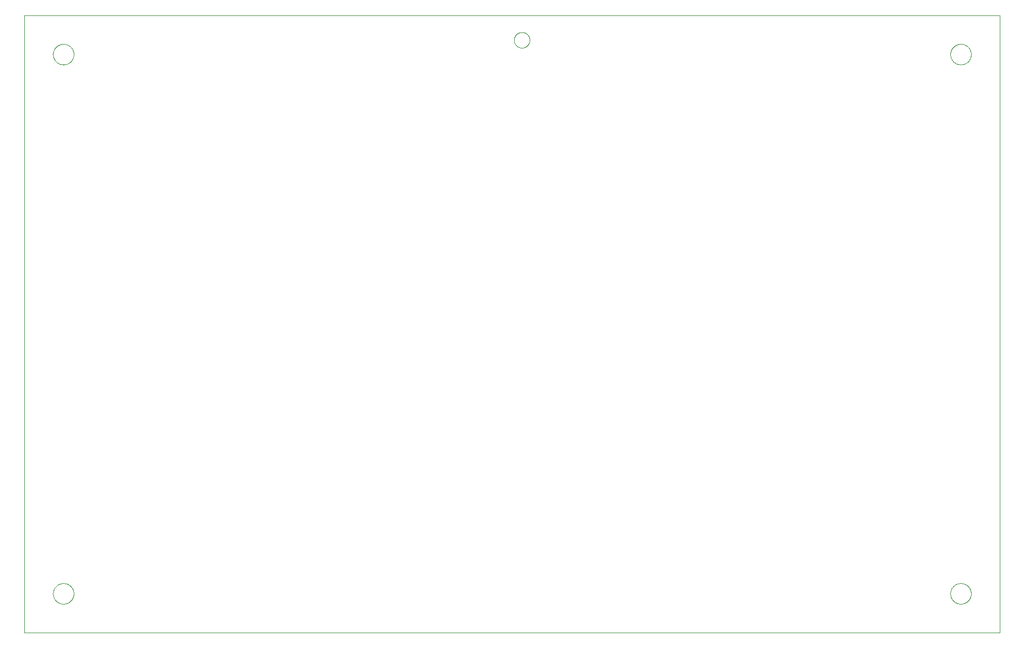
<source format=gko>
G75*
%MOIN*%
%OFA0B0*%
%FSLAX25Y25*%
%IPPOS*%
%LPD*%
%AMOC8*
5,1,8,0,0,1.08239X$1,22.5*
%
%ADD10C,0.00000*%
D10*
X0002491Y0186302D02*
X0593042Y0186302D01*
X0593042Y0560318D01*
X0002491Y0560357D01*
X0002491Y0186302D01*
X0019863Y0209924D02*
X0019865Y0210082D01*
X0019871Y0210239D01*
X0019881Y0210397D01*
X0019895Y0210554D01*
X0019913Y0210710D01*
X0019934Y0210867D01*
X0019960Y0211022D01*
X0019990Y0211177D01*
X0020023Y0211331D01*
X0020061Y0211484D01*
X0020102Y0211637D01*
X0020147Y0211788D01*
X0020196Y0211938D01*
X0020249Y0212086D01*
X0020305Y0212234D01*
X0020366Y0212379D01*
X0020429Y0212524D01*
X0020497Y0212666D01*
X0020568Y0212807D01*
X0020642Y0212946D01*
X0020720Y0213083D01*
X0020802Y0213218D01*
X0020886Y0213351D01*
X0020975Y0213482D01*
X0021066Y0213610D01*
X0021161Y0213737D01*
X0021258Y0213860D01*
X0021359Y0213982D01*
X0021463Y0214100D01*
X0021570Y0214216D01*
X0021680Y0214329D01*
X0021792Y0214440D01*
X0021908Y0214547D01*
X0022026Y0214652D01*
X0022146Y0214754D01*
X0022269Y0214852D01*
X0022395Y0214948D01*
X0022523Y0215040D01*
X0022653Y0215129D01*
X0022785Y0215215D01*
X0022920Y0215297D01*
X0023057Y0215376D01*
X0023195Y0215451D01*
X0023335Y0215523D01*
X0023478Y0215591D01*
X0023621Y0215656D01*
X0023767Y0215717D01*
X0023914Y0215774D01*
X0024062Y0215828D01*
X0024212Y0215878D01*
X0024362Y0215924D01*
X0024514Y0215966D01*
X0024667Y0216005D01*
X0024821Y0216039D01*
X0024976Y0216070D01*
X0025131Y0216096D01*
X0025287Y0216119D01*
X0025444Y0216138D01*
X0025601Y0216153D01*
X0025758Y0216164D01*
X0025916Y0216171D01*
X0026074Y0216174D01*
X0026231Y0216173D01*
X0026389Y0216168D01*
X0026546Y0216159D01*
X0026704Y0216146D01*
X0026860Y0216129D01*
X0027017Y0216108D01*
X0027172Y0216084D01*
X0027327Y0216055D01*
X0027482Y0216022D01*
X0027635Y0215986D01*
X0027788Y0215945D01*
X0027939Y0215901D01*
X0028089Y0215853D01*
X0028238Y0215802D01*
X0028386Y0215746D01*
X0028532Y0215687D01*
X0028677Y0215624D01*
X0028820Y0215557D01*
X0028961Y0215487D01*
X0029100Y0215414D01*
X0029238Y0215337D01*
X0029374Y0215256D01*
X0029507Y0215172D01*
X0029638Y0215085D01*
X0029767Y0214994D01*
X0029894Y0214900D01*
X0030019Y0214803D01*
X0030140Y0214703D01*
X0030260Y0214600D01*
X0030376Y0214494D01*
X0030490Y0214385D01*
X0030602Y0214273D01*
X0030710Y0214159D01*
X0030815Y0214041D01*
X0030918Y0213921D01*
X0031017Y0213799D01*
X0031113Y0213674D01*
X0031206Y0213546D01*
X0031296Y0213417D01*
X0031382Y0213285D01*
X0031466Y0213151D01*
X0031545Y0213015D01*
X0031622Y0212877D01*
X0031694Y0212737D01*
X0031763Y0212595D01*
X0031829Y0212452D01*
X0031891Y0212307D01*
X0031949Y0212160D01*
X0032004Y0212012D01*
X0032055Y0211863D01*
X0032102Y0211712D01*
X0032145Y0211561D01*
X0032184Y0211408D01*
X0032220Y0211254D01*
X0032251Y0211100D01*
X0032279Y0210945D01*
X0032303Y0210789D01*
X0032323Y0210632D01*
X0032339Y0210475D01*
X0032351Y0210318D01*
X0032359Y0210161D01*
X0032363Y0210003D01*
X0032363Y0209845D01*
X0032359Y0209687D01*
X0032351Y0209530D01*
X0032339Y0209373D01*
X0032323Y0209216D01*
X0032303Y0209059D01*
X0032279Y0208903D01*
X0032251Y0208748D01*
X0032220Y0208594D01*
X0032184Y0208440D01*
X0032145Y0208287D01*
X0032102Y0208136D01*
X0032055Y0207985D01*
X0032004Y0207836D01*
X0031949Y0207688D01*
X0031891Y0207541D01*
X0031829Y0207396D01*
X0031763Y0207253D01*
X0031694Y0207111D01*
X0031622Y0206971D01*
X0031545Y0206833D01*
X0031466Y0206697D01*
X0031382Y0206563D01*
X0031296Y0206431D01*
X0031206Y0206302D01*
X0031113Y0206174D01*
X0031017Y0206049D01*
X0030918Y0205927D01*
X0030815Y0205807D01*
X0030710Y0205689D01*
X0030602Y0205575D01*
X0030490Y0205463D01*
X0030376Y0205354D01*
X0030260Y0205248D01*
X0030140Y0205145D01*
X0030019Y0205045D01*
X0029894Y0204948D01*
X0029767Y0204854D01*
X0029638Y0204763D01*
X0029507Y0204676D01*
X0029374Y0204592D01*
X0029238Y0204511D01*
X0029100Y0204434D01*
X0028961Y0204361D01*
X0028820Y0204291D01*
X0028677Y0204224D01*
X0028532Y0204161D01*
X0028386Y0204102D01*
X0028238Y0204046D01*
X0028089Y0203995D01*
X0027939Y0203947D01*
X0027788Y0203903D01*
X0027635Y0203862D01*
X0027482Y0203826D01*
X0027327Y0203793D01*
X0027172Y0203764D01*
X0027017Y0203740D01*
X0026860Y0203719D01*
X0026704Y0203702D01*
X0026546Y0203689D01*
X0026389Y0203680D01*
X0026231Y0203675D01*
X0026074Y0203674D01*
X0025916Y0203677D01*
X0025758Y0203684D01*
X0025601Y0203695D01*
X0025444Y0203710D01*
X0025287Y0203729D01*
X0025131Y0203752D01*
X0024976Y0203778D01*
X0024821Y0203809D01*
X0024667Y0203843D01*
X0024514Y0203882D01*
X0024362Y0203924D01*
X0024212Y0203970D01*
X0024062Y0204020D01*
X0023914Y0204074D01*
X0023767Y0204131D01*
X0023621Y0204192D01*
X0023478Y0204257D01*
X0023335Y0204325D01*
X0023195Y0204397D01*
X0023057Y0204472D01*
X0022920Y0204551D01*
X0022785Y0204633D01*
X0022653Y0204719D01*
X0022523Y0204808D01*
X0022395Y0204900D01*
X0022269Y0204996D01*
X0022146Y0205094D01*
X0022026Y0205196D01*
X0021908Y0205301D01*
X0021792Y0205408D01*
X0021680Y0205519D01*
X0021570Y0205632D01*
X0021463Y0205748D01*
X0021359Y0205866D01*
X0021258Y0205988D01*
X0021161Y0206111D01*
X0021066Y0206238D01*
X0020975Y0206366D01*
X0020886Y0206497D01*
X0020802Y0206630D01*
X0020720Y0206765D01*
X0020642Y0206902D01*
X0020568Y0207041D01*
X0020497Y0207182D01*
X0020429Y0207324D01*
X0020366Y0207469D01*
X0020305Y0207614D01*
X0020249Y0207762D01*
X0020196Y0207910D01*
X0020147Y0208060D01*
X0020102Y0208211D01*
X0020061Y0208364D01*
X0020023Y0208517D01*
X0019990Y0208671D01*
X0019960Y0208826D01*
X0019934Y0208981D01*
X0019913Y0209138D01*
X0019895Y0209294D01*
X0019881Y0209451D01*
X0019871Y0209609D01*
X0019865Y0209766D01*
X0019863Y0209924D01*
X0019863Y0536696D02*
X0019865Y0536854D01*
X0019871Y0537011D01*
X0019881Y0537169D01*
X0019895Y0537326D01*
X0019913Y0537482D01*
X0019934Y0537639D01*
X0019960Y0537794D01*
X0019990Y0537949D01*
X0020023Y0538103D01*
X0020061Y0538256D01*
X0020102Y0538409D01*
X0020147Y0538560D01*
X0020196Y0538710D01*
X0020249Y0538858D01*
X0020305Y0539006D01*
X0020366Y0539151D01*
X0020429Y0539296D01*
X0020497Y0539438D01*
X0020568Y0539579D01*
X0020642Y0539718D01*
X0020720Y0539855D01*
X0020802Y0539990D01*
X0020886Y0540123D01*
X0020975Y0540254D01*
X0021066Y0540382D01*
X0021161Y0540509D01*
X0021258Y0540632D01*
X0021359Y0540754D01*
X0021463Y0540872D01*
X0021570Y0540988D01*
X0021680Y0541101D01*
X0021792Y0541212D01*
X0021908Y0541319D01*
X0022026Y0541424D01*
X0022146Y0541526D01*
X0022269Y0541624D01*
X0022395Y0541720D01*
X0022523Y0541812D01*
X0022653Y0541901D01*
X0022785Y0541987D01*
X0022920Y0542069D01*
X0023057Y0542148D01*
X0023195Y0542223D01*
X0023335Y0542295D01*
X0023478Y0542363D01*
X0023621Y0542428D01*
X0023767Y0542489D01*
X0023914Y0542546D01*
X0024062Y0542600D01*
X0024212Y0542650D01*
X0024362Y0542696D01*
X0024514Y0542738D01*
X0024667Y0542777D01*
X0024821Y0542811D01*
X0024976Y0542842D01*
X0025131Y0542868D01*
X0025287Y0542891D01*
X0025444Y0542910D01*
X0025601Y0542925D01*
X0025758Y0542936D01*
X0025916Y0542943D01*
X0026074Y0542946D01*
X0026231Y0542945D01*
X0026389Y0542940D01*
X0026546Y0542931D01*
X0026704Y0542918D01*
X0026860Y0542901D01*
X0027017Y0542880D01*
X0027172Y0542856D01*
X0027327Y0542827D01*
X0027482Y0542794D01*
X0027635Y0542758D01*
X0027788Y0542717D01*
X0027939Y0542673D01*
X0028089Y0542625D01*
X0028238Y0542574D01*
X0028386Y0542518D01*
X0028532Y0542459D01*
X0028677Y0542396D01*
X0028820Y0542329D01*
X0028961Y0542259D01*
X0029100Y0542186D01*
X0029238Y0542109D01*
X0029374Y0542028D01*
X0029507Y0541944D01*
X0029638Y0541857D01*
X0029767Y0541766D01*
X0029894Y0541672D01*
X0030019Y0541575D01*
X0030140Y0541475D01*
X0030260Y0541372D01*
X0030376Y0541266D01*
X0030490Y0541157D01*
X0030602Y0541045D01*
X0030710Y0540931D01*
X0030815Y0540813D01*
X0030918Y0540693D01*
X0031017Y0540571D01*
X0031113Y0540446D01*
X0031206Y0540318D01*
X0031296Y0540189D01*
X0031382Y0540057D01*
X0031466Y0539923D01*
X0031545Y0539787D01*
X0031622Y0539649D01*
X0031694Y0539509D01*
X0031763Y0539367D01*
X0031829Y0539224D01*
X0031891Y0539079D01*
X0031949Y0538932D01*
X0032004Y0538784D01*
X0032055Y0538635D01*
X0032102Y0538484D01*
X0032145Y0538333D01*
X0032184Y0538180D01*
X0032220Y0538026D01*
X0032251Y0537872D01*
X0032279Y0537717D01*
X0032303Y0537561D01*
X0032323Y0537404D01*
X0032339Y0537247D01*
X0032351Y0537090D01*
X0032359Y0536933D01*
X0032363Y0536775D01*
X0032363Y0536617D01*
X0032359Y0536459D01*
X0032351Y0536302D01*
X0032339Y0536145D01*
X0032323Y0535988D01*
X0032303Y0535831D01*
X0032279Y0535675D01*
X0032251Y0535520D01*
X0032220Y0535366D01*
X0032184Y0535212D01*
X0032145Y0535059D01*
X0032102Y0534908D01*
X0032055Y0534757D01*
X0032004Y0534608D01*
X0031949Y0534460D01*
X0031891Y0534313D01*
X0031829Y0534168D01*
X0031763Y0534025D01*
X0031694Y0533883D01*
X0031622Y0533743D01*
X0031545Y0533605D01*
X0031466Y0533469D01*
X0031382Y0533335D01*
X0031296Y0533203D01*
X0031206Y0533074D01*
X0031113Y0532946D01*
X0031017Y0532821D01*
X0030918Y0532699D01*
X0030815Y0532579D01*
X0030710Y0532461D01*
X0030602Y0532347D01*
X0030490Y0532235D01*
X0030376Y0532126D01*
X0030260Y0532020D01*
X0030140Y0531917D01*
X0030019Y0531817D01*
X0029894Y0531720D01*
X0029767Y0531626D01*
X0029638Y0531535D01*
X0029507Y0531448D01*
X0029374Y0531364D01*
X0029238Y0531283D01*
X0029100Y0531206D01*
X0028961Y0531133D01*
X0028820Y0531063D01*
X0028677Y0530996D01*
X0028532Y0530933D01*
X0028386Y0530874D01*
X0028238Y0530818D01*
X0028089Y0530767D01*
X0027939Y0530719D01*
X0027788Y0530675D01*
X0027635Y0530634D01*
X0027482Y0530598D01*
X0027327Y0530565D01*
X0027172Y0530536D01*
X0027017Y0530512D01*
X0026860Y0530491D01*
X0026704Y0530474D01*
X0026546Y0530461D01*
X0026389Y0530452D01*
X0026231Y0530447D01*
X0026074Y0530446D01*
X0025916Y0530449D01*
X0025758Y0530456D01*
X0025601Y0530467D01*
X0025444Y0530482D01*
X0025287Y0530501D01*
X0025131Y0530524D01*
X0024976Y0530550D01*
X0024821Y0530581D01*
X0024667Y0530615D01*
X0024514Y0530654D01*
X0024362Y0530696D01*
X0024212Y0530742D01*
X0024062Y0530792D01*
X0023914Y0530846D01*
X0023767Y0530903D01*
X0023621Y0530964D01*
X0023478Y0531029D01*
X0023335Y0531097D01*
X0023195Y0531169D01*
X0023057Y0531244D01*
X0022920Y0531323D01*
X0022785Y0531405D01*
X0022653Y0531491D01*
X0022523Y0531580D01*
X0022395Y0531672D01*
X0022269Y0531768D01*
X0022146Y0531866D01*
X0022026Y0531968D01*
X0021908Y0532073D01*
X0021792Y0532180D01*
X0021680Y0532291D01*
X0021570Y0532404D01*
X0021463Y0532520D01*
X0021359Y0532638D01*
X0021258Y0532760D01*
X0021161Y0532883D01*
X0021066Y0533010D01*
X0020975Y0533138D01*
X0020886Y0533269D01*
X0020802Y0533402D01*
X0020720Y0533537D01*
X0020642Y0533674D01*
X0020568Y0533813D01*
X0020497Y0533954D01*
X0020429Y0534096D01*
X0020366Y0534241D01*
X0020305Y0534386D01*
X0020249Y0534534D01*
X0020196Y0534682D01*
X0020147Y0534832D01*
X0020102Y0534983D01*
X0020061Y0535136D01*
X0020023Y0535289D01*
X0019990Y0535443D01*
X0019960Y0535598D01*
X0019934Y0535753D01*
X0019913Y0535910D01*
X0019895Y0536066D01*
X0019881Y0536223D01*
X0019871Y0536381D01*
X0019865Y0536538D01*
X0019863Y0536696D01*
X0298948Y0545357D02*
X0298950Y0545494D01*
X0298956Y0545632D01*
X0298966Y0545769D01*
X0298980Y0545905D01*
X0298998Y0546042D01*
X0299020Y0546177D01*
X0299046Y0546312D01*
X0299075Y0546446D01*
X0299109Y0546580D01*
X0299146Y0546712D01*
X0299188Y0546843D01*
X0299233Y0546973D01*
X0299282Y0547101D01*
X0299334Y0547228D01*
X0299391Y0547353D01*
X0299450Y0547477D01*
X0299514Y0547599D01*
X0299581Y0547719D01*
X0299651Y0547837D01*
X0299725Y0547953D01*
X0299802Y0548067D01*
X0299883Y0548178D01*
X0299966Y0548287D01*
X0300053Y0548394D01*
X0300143Y0548497D01*
X0300236Y0548599D01*
X0300332Y0548697D01*
X0300430Y0548793D01*
X0300532Y0548886D01*
X0300635Y0548976D01*
X0300742Y0549063D01*
X0300851Y0549146D01*
X0300962Y0549227D01*
X0301076Y0549304D01*
X0301192Y0549378D01*
X0301310Y0549448D01*
X0301430Y0549515D01*
X0301552Y0549579D01*
X0301676Y0549638D01*
X0301801Y0549695D01*
X0301928Y0549747D01*
X0302056Y0549796D01*
X0302186Y0549841D01*
X0302317Y0549883D01*
X0302449Y0549920D01*
X0302583Y0549954D01*
X0302717Y0549983D01*
X0302852Y0550009D01*
X0302987Y0550031D01*
X0303124Y0550049D01*
X0303260Y0550063D01*
X0303397Y0550073D01*
X0303535Y0550079D01*
X0303672Y0550081D01*
X0303809Y0550079D01*
X0303947Y0550073D01*
X0304084Y0550063D01*
X0304220Y0550049D01*
X0304357Y0550031D01*
X0304492Y0550009D01*
X0304627Y0549983D01*
X0304761Y0549954D01*
X0304895Y0549920D01*
X0305027Y0549883D01*
X0305158Y0549841D01*
X0305288Y0549796D01*
X0305416Y0549747D01*
X0305543Y0549695D01*
X0305668Y0549638D01*
X0305792Y0549579D01*
X0305914Y0549515D01*
X0306034Y0549448D01*
X0306152Y0549378D01*
X0306268Y0549304D01*
X0306382Y0549227D01*
X0306493Y0549146D01*
X0306602Y0549063D01*
X0306709Y0548976D01*
X0306812Y0548886D01*
X0306914Y0548793D01*
X0307012Y0548697D01*
X0307108Y0548599D01*
X0307201Y0548497D01*
X0307291Y0548394D01*
X0307378Y0548287D01*
X0307461Y0548178D01*
X0307542Y0548067D01*
X0307619Y0547953D01*
X0307693Y0547837D01*
X0307763Y0547719D01*
X0307830Y0547599D01*
X0307894Y0547477D01*
X0307953Y0547353D01*
X0308010Y0547228D01*
X0308062Y0547101D01*
X0308111Y0546973D01*
X0308156Y0546843D01*
X0308198Y0546712D01*
X0308235Y0546580D01*
X0308269Y0546446D01*
X0308298Y0546312D01*
X0308324Y0546177D01*
X0308346Y0546042D01*
X0308364Y0545905D01*
X0308378Y0545769D01*
X0308388Y0545632D01*
X0308394Y0545494D01*
X0308396Y0545357D01*
X0308394Y0545220D01*
X0308388Y0545082D01*
X0308378Y0544945D01*
X0308364Y0544809D01*
X0308346Y0544672D01*
X0308324Y0544537D01*
X0308298Y0544402D01*
X0308269Y0544268D01*
X0308235Y0544134D01*
X0308198Y0544002D01*
X0308156Y0543871D01*
X0308111Y0543741D01*
X0308062Y0543613D01*
X0308010Y0543486D01*
X0307953Y0543361D01*
X0307894Y0543237D01*
X0307830Y0543115D01*
X0307763Y0542995D01*
X0307693Y0542877D01*
X0307619Y0542761D01*
X0307542Y0542647D01*
X0307461Y0542536D01*
X0307378Y0542427D01*
X0307291Y0542320D01*
X0307201Y0542217D01*
X0307108Y0542115D01*
X0307012Y0542017D01*
X0306914Y0541921D01*
X0306812Y0541828D01*
X0306709Y0541738D01*
X0306602Y0541651D01*
X0306493Y0541568D01*
X0306382Y0541487D01*
X0306268Y0541410D01*
X0306152Y0541336D01*
X0306034Y0541266D01*
X0305914Y0541199D01*
X0305792Y0541135D01*
X0305668Y0541076D01*
X0305543Y0541019D01*
X0305416Y0540967D01*
X0305288Y0540918D01*
X0305158Y0540873D01*
X0305027Y0540831D01*
X0304895Y0540794D01*
X0304761Y0540760D01*
X0304627Y0540731D01*
X0304492Y0540705D01*
X0304357Y0540683D01*
X0304220Y0540665D01*
X0304084Y0540651D01*
X0303947Y0540641D01*
X0303809Y0540635D01*
X0303672Y0540633D01*
X0303535Y0540635D01*
X0303397Y0540641D01*
X0303260Y0540651D01*
X0303124Y0540665D01*
X0302987Y0540683D01*
X0302852Y0540705D01*
X0302717Y0540731D01*
X0302583Y0540760D01*
X0302449Y0540794D01*
X0302317Y0540831D01*
X0302186Y0540873D01*
X0302056Y0540918D01*
X0301928Y0540967D01*
X0301801Y0541019D01*
X0301676Y0541076D01*
X0301552Y0541135D01*
X0301430Y0541199D01*
X0301310Y0541266D01*
X0301192Y0541336D01*
X0301076Y0541410D01*
X0300962Y0541487D01*
X0300851Y0541568D01*
X0300742Y0541651D01*
X0300635Y0541738D01*
X0300532Y0541828D01*
X0300430Y0541921D01*
X0300332Y0542017D01*
X0300236Y0542115D01*
X0300143Y0542217D01*
X0300053Y0542320D01*
X0299966Y0542427D01*
X0299883Y0542536D01*
X0299802Y0542647D01*
X0299725Y0542761D01*
X0299651Y0542877D01*
X0299581Y0542995D01*
X0299514Y0543115D01*
X0299450Y0543237D01*
X0299391Y0543361D01*
X0299334Y0543486D01*
X0299282Y0543613D01*
X0299233Y0543741D01*
X0299188Y0543871D01*
X0299146Y0544002D01*
X0299109Y0544134D01*
X0299075Y0544268D01*
X0299046Y0544402D01*
X0299020Y0544537D01*
X0298998Y0544672D01*
X0298980Y0544809D01*
X0298966Y0544945D01*
X0298956Y0545082D01*
X0298950Y0545220D01*
X0298948Y0545357D01*
X0563170Y0536696D02*
X0563172Y0536854D01*
X0563178Y0537011D01*
X0563188Y0537169D01*
X0563202Y0537326D01*
X0563220Y0537482D01*
X0563241Y0537639D01*
X0563267Y0537794D01*
X0563297Y0537949D01*
X0563330Y0538103D01*
X0563368Y0538256D01*
X0563409Y0538409D01*
X0563454Y0538560D01*
X0563503Y0538710D01*
X0563556Y0538858D01*
X0563612Y0539006D01*
X0563673Y0539151D01*
X0563736Y0539296D01*
X0563804Y0539438D01*
X0563875Y0539579D01*
X0563949Y0539718D01*
X0564027Y0539855D01*
X0564109Y0539990D01*
X0564193Y0540123D01*
X0564282Y0540254D01*
X0564373Y0540382D01*
X0564468Y0540509D01*
X0564565Y0540632D01*
X0564666Y0540754D01*
X0564770Y0540872D01*
X0564877Y0540988D01*
X0564987Y0541101D01*
X0565099Y0541212D01*
X0565215Y0541319D01*
X0565333Y0541424D01*
X0565453Y0541526D01*
X0565576Y0541624D01*
X0565702Y0541720D01*
X0565830Y0541812D01*
X0565960Y0541901D01*
X0566092Y0541987D01*
X0566227Y0542069D01*
X0566364Y0542148D01*
X0566502Y0542223D01*
X0566642Y0542295D01*
X0566785Y0542363D01*
X0566928Y0542428D01*
X0567074Y0542489D01*
X0567221Y0542546D01*
X0567369Y0542600D01*
X0567519Y0542650D01*
X0567669Y0542696D01*
X0567821Y0542738D01*
X0567974Y0542777D01*
X0568128Y0542811D01*
X0568283Y0542842D01*
X0568438Y0542868D01*
X0568594Y0542891D01*
X0568751Y0542910D01*
X0568908Y0542925D01*
X0569065Y0542936D01*
X0569223Y0542943D01*
X0569381Y0542946D01*
X0569538Y0542945D01*
X0569696Y0542940D01*
X0569853Y0542931D01*
X0570011Y0542918D01*
X0570167Y0542901D01*
X0570324Y0542880D01*
X0570479Y0542856D01*
X0570634Y0542827D01*
X0570789Y0542794D01*
X0570942Y0542758D01*
X0571095Y0542717D01*
X0571246Y0542673D01*
X0571396Y0542625D01*
X0571545Y0542574D01*
X0571693Y0542518D01*
X0571839Y0542459D01*
X0571984Y0542396D01*
X0572127Y0542329D01*
X0572268Y0542259D01*
X0572407Y0542186D01*
X0572545Y0542109D01*
X0572681Y0542028D01*
X0572814Y0541944D01*
X0572945Y0541857D01*
X0573074Y0541766D01*
X0573201Y0541672D01*
X0573326Y0541575D01*
X0573447Y0541475D01*
X0573567Y0541372D01*
X0573683Y0541266D01*
X0573797Y0541157D01*
X0573909Y0541045D01*
X0574017Y0540931D01*
X0574122Y0540813D01*
X0574225Y0540693D01*
X0574324Y0540571D01*
X0574420Y0540446D01*
X0574513Y0540318D01*
X0574603Y0540189D01*
X0574689Y0540057D01*
X0574773Y0539923D01*
X0574852Y0539787D01*
X0574929Y0539649D01*
X0575001Y0539509D01*
X0575070Y0539367D01*
X0575136Y0539224D01*
X0575198Y0539079D01*
X0575256Y0538932D01*
X0575311Y0538784D01*
X0575362Y0538635D01*
X0575409Y0538484D01*
X0575452Y0538333D01*
X0575491Y0538180D01*
X0575527Y0538026D01*
X0575558Y0537872D01*
X0575586Y0537717D01*
X0575610Y0537561D01*
X0575630Y0537404D01*
X0575646Y0537247D01*
X0575658Y0537090D01*
X0575666Y0536933D01*
X0575670Y0536775D01*
X0575670Y0536617D01*
X0575666Y0536459D01*
X0575658Y0536302D01*
X0575646Y0536145D01*
X0575630Y0535988D01*
X0575610Y0535831D01*
X0575586Y0535675D01*
X0575558Y0535520D01*
X0575527Y0535366D01*
X0575491Y0535212D01*
X0575452Y0535059D01*
X0575409Y0534908D01*
X0575362Y0534757D01*
X0575311Y0534608D01*
X0575256Y0534460D01*
X0575198Y0534313D01*
X0575136Y0534168D01*
X0575070Y0534025D01*
X0575001Y0533883D01*
X0574929Y0533743D01*
X0574852Y0533605D01*
X0574773Y0533469D01*
X0574689Y0533335D01*
X0574603Y0533203D01*
X0574513Y0533074D01*
X0574420Y0532946D01*
X0574324Y0532821D01*
X0574225Y0532699D01*
X0574122Y0532579D01*
X0574017Y0532461D01*
X0573909Y0532347D01*
X0573797Y0532235D01*
X0573683Y0532126D01*
X0573567Y0532020D01*
X0573447Y0531917D01*
X0573326Y0531817D01*
X0573201Y0531720D01*
X0573074Y0531626D01*
X0572945Y0531535D01*
X0572814Y0531448D01*
X0572681Y0531364D01*
X0572545Y0531283D01*
X0572407Y0531206D01*
X0572268Y0531133D01*
X0572127Y0531063D01*
X0571984Y0530996D01*
X0571839Y0530933D01*
X0571693Y0530874D01*
X0571545Y0530818D01*
X0571396Y0530767D01*
X0571246Y0530719D01*
X0571095Y0530675D01*
X0570942Y0530634D01*
X0570789Y0530598D01*
X0570634Y0530565D01*
X0570479Y0530536D01*
X0570324Y0530512D01*
X0570167Y0530491D01*
X0570011Y0530474D01*
X0569853Y0530461D01*
X0569696Y0530452D01*
X0569538Y0530447D01*
X0569381Y0530446D01*
X0569223Y0530449D01*
X0569065Y0530456D01*
X0568908Y0530467D01*
X0568751Y0530482D01*
X0568594Y0530501D01*
X0568438Y0530524D01*
X0568283Y0530550D01*
X0568128Y0530581D01*
X0567974Y0530615D01*
X0567821Y0530654D01*
X0567669Y0530696D01*
X0567519Y0530742D01*
X0567369Y0530792D01*
X0567221Y0530846D01*
X0567074Y0530903D01*
X0566928Y0530964D01*
X0566785Y0531029D01*
X0566642Y0531097D01*
X0566502Y0531169D01*
X0566364Y0531244D01*
X0566227Y0531323D01*
X0566092Y0531405D01*
X0565960Y0531491D01*
X0565830Y0531580D01*
X0565702Y0531672D01*
X0565576Y0531768D01*
X0565453Y0531866D01*
X0565333Y0531968D01*
X0565215Y0532073D01*
X0565099Y0532180D01*
X0564987Y0532291D01*
X0564877Y0532404D01*
X0564770Y0532520D01*
X0564666Y0532638D01*
X0564565Y0532760D01*
X0564468Y0532883D01*
X0564373Y0533010D01*
X0564282Y0533138D01*
X0564193Y0533269D01*
X0564109Y0533402D01*
X0564027Y0533537D01*
X0563949Y0533674D01*
X0563875Y0533813D01*
X0563804Y0533954D01*
X0563736Y0534096D01*
X0563673Y0534241D01*
X0563612Y0534386D01*
X0563556Y0534534D01*
X0563503Y0534682D01*
X0563454Y0534832D01*
X0563409Y0534983D01*
X0563368Y0535136D01*
X0563330Y0535289D01*
X0563297Y0535443D01*
X0563267Y0535598D01*
X0563241Y0535753D01*
X0563220Y0535910D01*
X0563202Y0536066D01*
X0563188Y0536223D01*
X0563178Y0536381D01*
X0563172Y0536538D01*
X0563170Y0536696D01*
X0563170Y0209924D02*
X0563172Y0210082D01*
X0563178Y0210239D01*
X0563188Y0210397D01*
X0563202Y0210554D01*
X0563220Y0210710D01*
X0563241Y0210867D01*
X0563267Y0211022D01*
X0563297Y0211177D01*
X0563330Y0211331D01*
X0563368Y0211484D01*
X0563409Y0211637D01*
X0563454Y0211788D01*
X0563503Y0211938D01*
X0563556Y0212086D01*
X0563612Y0212234D01*
X0563673Y0212379D01*
X0563736Y0212524D01*
X0563804Y0212666D01*
X0563875Y0212807D01*
X0563949Y0212946D01*
X0564027Y0213083D01*
X0564109Y0213218D01*
X0564193Y0213351D01*
X0564282Y0213482D01*
X0564373Y0213610D01*
X0564468Y0213737D01*
X0564565Y0213860D01*
X0564666Y0213982D01*
X0564770Y0214100D01*
X0564877Y0214216D01*
X0564987Y0214329D01*
X0565099Y0214440D01*
X0565215Y0214547D01*
X0565333Y0214652D01*
X0565453Y0214754D01*
X0565576Y0214852D01*
X0565702Y0214948D01*
X0565830Y0215040D01*
X0565960Y0215129D01*
X0566092Y0215215D01*
X0566227Y0215297D01*
X0566364Y0215376D01*
X0566502Y0215451D01*
X0566642Y0215523D01*
X0566785Y0215591D01*
X0566928Y0215656D01*
X0567074Y0215717D01*
X0567221Y0215774D01*
X0567369Y0215828D01*
X0567519Y0215878D01*
X0567669Y0215924D01*
X0567821Y0215966D01*
X0567974Y0216005D01*
X0568128Y0216039D01*
X0568283Y0216070D01*
X0568438Y0216096D01*
X0568594Y0216119D01*
X0568751Y0216138D01*
X0568908Y0216153D01*
X0569065Y0216164D01*
X0569223Y0216171D01*
X0569381Y0216174D01*
X0569538Y0216173D01*
X0569696Y0216168D01*
X0569853Y0216159D01*
X0570011Y0216146D01*
X0570167Y0216129D01*
X0570324Y0216108D01*
X0570479Y0216084D01*
X0570634Y0216055D01*
X0570789Y0216022D01*
X0570942Y0215986D01*
X0571095Y0215945D01*
X0571246Y0215901D01*
X0571396Y0215853D01*
X0571545Y0215802D01*
X0571693Y0215746D01*
X0571839Y0215687D01*
X0571984Y0215624D01*
X0572127Y0215557D01*
X0572268Y0215487D01*
X0572407Y0215414D01*
X0572545Y0215337D01*
X0572681Y0215256D01*
X0572814Y0215172D01*
X0572945Y0215085D01*
X0573074Y0214994D01*
X0573201Y0214900D01*
X0573326Y0214803D01*
X0573447Y0214703D01*
X0573567Y0214600D01*
X0573683Y0214494D01*
X0573797Y0214385D01*
X0573909Y0214273D01*
X0574017Y0214159D01*
X0574122Y0214041D01*
X0574225Y0213921D01*
X0574324Y0213799D01*
X0574420Y0213674D01*
X0574513Y0213546D01*
X0574603Y0213417D01*
X0574689Y0213285D01*
X0574773Y0213151D01*
X0574852Y0213015D01*
X0574929Y0212877D01*
X0575001Y0212737D01*
X0575070Y0212595D01*
X0575136Y0212452D01*
X0575198Y0212307D01*
X0575256Y0212160D01*
X0575311Y0212012D01*
X0575362Y0211863D01*
X0575409Y0211712D01*
X0575452Y0211561D01*
X0575491Y0211408D01*
X0575527Y0211254D01*
X0575558Y0211100D01*
X0575586Y0210945D01*
X0575610Y0210789D01*
X0575630Y0210632D01*
X0575646Y0210475D01*
X0575658Y0210318D01*
X0575666Y0210161D01*
X0575670Y0210003D01*
X0575670Y0209845D01*
X0575666Y0209687D01*
X0575658Y0209530D01*
X0575646Y0209373D01*
X0575630Y0209216D01*
X0575610Y0209059D01*
X0575586Y0208903D01*
X0575558Y0208748D01*
X0575527Y0208594D01*
X0575491Y0208440D01*
X0575452Y0208287D01*
X0575409Y0208136D01*
X0575362Y0207985D01*
X0575311Y0207836D01*
X0575256Y0207688D01*
X0575198Y0207541D01*
X0575136Y0207396D01*
X0575070Y0207253D01*
X0575001Y0207111D01*
X0574929Y0206971D01*
X0574852Y0206833D01*
X0574773Y0206697D01*
X0574689Y0206563D01*
X0574603Y0206431D01*
X0574513Y0206302D01*
X0574420Y0206174D01*
X0574324Y0206049D01*
X0574225Y0205927D01*
X0574122Y0205807D01*
X0574017Y0205689D01*
X0573909Y0205575D01*
X0573797Y0205463D01*
X0573683Y0205354D01*
X0573567Y0205248D01*
X0573447Y0205145D01*
X0573326Y0205045D01*
X0573201Y0204948D01*
X0573074Y0204854D01*
X0572945Y0204763D01*
X0572814Y0204676D01*
X0572681Y0204592D01*
X0572545Y0204511D01*
X0572407Y0204434D01*
X0572268Y0204361D01*
X0572127Y0204291D01*
X0571984Y0204224D01*
X0571839Y0204161D01*
X0571693Y0204102D01*
X0571545Y0204046D01*
X0571396Y0203995D01*
X0571246Y0203947D01*
X0571095Y0203903D01*
X0570942Y0203862D01*
X0570789Y0203826D01*
X0570634Y0203793D01*
X0570479Y0203764D01*
X0570324Y0203740D01*
X0570167Y0203719D01*
X0570011Y0203702D01*
X0569853Y0203689D01*
X0569696Y0203680D01*
X0569538Y0203675D01*
X0569381Y0203674D01*
X0569223Y0203677D01*
X0569065Y0203684D01*
X0568908Y0203695D01*
X0568751Y0203710D01*
X0568594Y0203729D01*
X0568438Y0203752D01*
X0568283Y0203778D01*
X0568128Y0203809D01*
X0567974Y0203843D01*
X0567821Y0203882D01*
X0567669Y0203924D01*
X0567519Y0203970D01*
X0567369Y0204020D01*
X0567221Y0204074D01*
X0567074Y0204131D01*
X0566928Y0204192D01*
X0566785Y0204257D01*
X0566642Y0204325D01*
X0566502Y0204397D01*
X0566364Y0204472D01*
X0566227Y0204551D01*
X0566092Y0204633D01*
X0565960Y0204719D01*
X0565830Y0204808D01*
X0565702Y0204900D01*
X0565576Y0204996D01*
X0565453Y0205094D01*
X0565333Y0205196D01*
X0565215Y0205301D01*
X0565099Y0205408D01*
X0564987Y0205519D01*
X0564877Y0205632D01*
X0564770Y0205748D01*
X0564666Y0205866D01*
X0564565Y0205988D01*
X0564468Y0206111D01*
X0564373Y0206238D01*
X0564282Y0206366D01*
X0564193Y0206497D01*
X0564109Y0206630D01*
X0564027Y0206765D01*
X0563949Y0206902D01*
X0563875Y0207041D01*
X0563804Y0207182D01*
X0563736Y0207324D01*
X0563673Y0207469D01*
X0563612Y0207614D01*
X0563556Y0207762D01*
X0563503Y0207910D01*
X0563454Y0208060D01*
X0563409Y0208211D01*
X0563368Y0208364D01*
X0563330Y0208517D01*
X0563297Y0208671D01*
X0563267Y0208826D01*
X0563241Y0208981D01*
X0563220Y0209138D01*
X0563202Y0209294D01*
X0563188Y0209451D01*
X0563178Y0209609D01*
X0563172Y0209766D01*
X0563170Y0209924D01*
M02*

</source>
